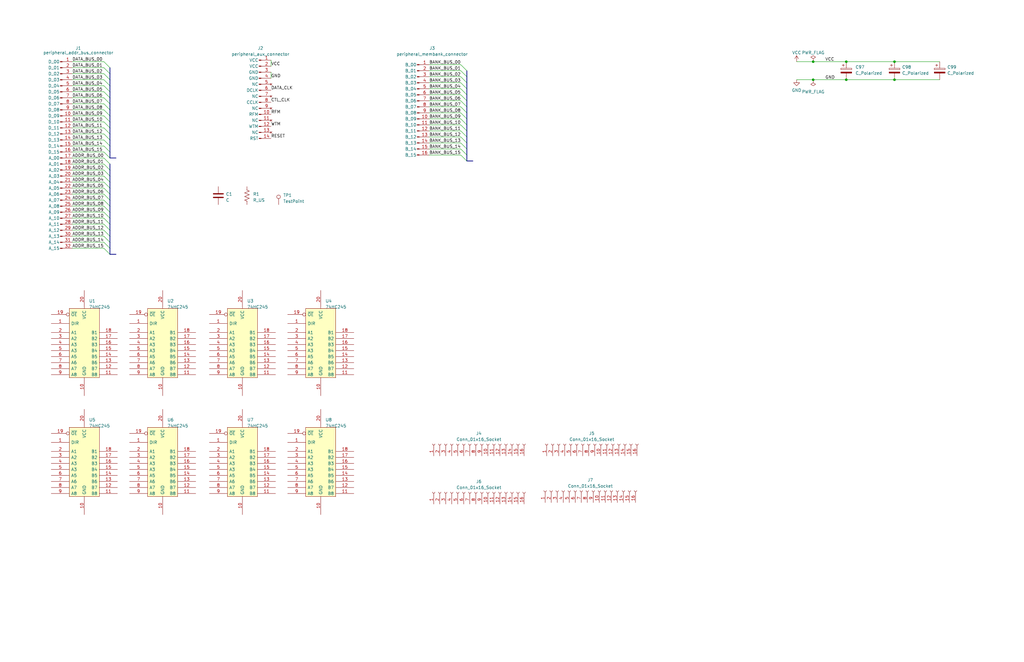
<source format=kicad_sch>
(kicad_sch (version 20230121) (generator eeschema)
  (paper "B")
  (lib_symbols
    (symbol "Connector:Conn_01x16_Socket" (pin_names (offset 1.016) hide)
      (property "Reference" "J" (at 0 20.32 0))
      (property "Value" "Conn_01x16_Socket" (at 0 -22.86 0))
      (symbol "Conn_01x16_Socket_1_1"
        (arc (start 0 -19.812) (mid -0.5058 -20.32) (end 0 -20.828) (stroke (width 0.1524)))
        (arc (start 0 -17.272) (mid -0.5058 -17.78) (end 0 -18.288) (stroke (width 0.1524)))
        (arc (start 0 -14.732) (mid -0.5058 -15.24) (end 0 -15.748) (stroke (width 0.1524)))
        (arc (start 0 -12.192) (mid -0.5058 -12.7) (end 0 -13.208) (stroke (width 0.1524)))
        (arc (start 0 -9.652) (mid -0.5058 -10.16) (end 0 -10.668) (stroke (width 0.1524)))
        (arc (start 0 -7.112) (mid -0.5058 -7.62) (end 0 -8.128) (stroke (width 0.1524)))
        (arc (start 0 -4.572) (mid -0.5058 -5.08) (end 0 -5.588) (stroke (width 0.1524)))
        (arc (start 0 -2.032) (mid -0.5058 -2.54) (end 0 -3.048) (stroke (width 0.1524)))
        (polyline (pts (xy -1.27 -20.32) (xy -0.508 -20.32)) (stroke (width 0.1524)))
        (polyline (pts (xy -1.27 -17.78) (xy -0.508 -17.78)) (stroke (width 0.1524)))
        (polyline (pts (xy -1.27 -15.24) (xy -0.508 -15.24)) (stroke (width 0.1524)))
        (polyline (pts (xy -1.27 -12.7) (xy -0.508 -12.7)) (stroke (width 0.1524)))
        (polyline (pts (xy -1.27 -10.16) (xy -0.508 -10.16)) (stroke (width 0.1524)))
        (polyline (pts (xy -1.27 -7.62) (xy -0.508 -7.62)) (stroke (width 0.1524)))
        (polyline (pts (xy -1.27 -5.08) (xy -0.508 -5.08)) (stroke (width 0.1524)))
        (polyline (pts (xy -1.27 -2.54) (xy -0.508 -2.54)) (stroke (width 0.1524)))
        (polyline (pts (xy -1.27 0) (xy -0.508 0)) (stroke (width 0.1524)))
        (polyline (pts (xy -1.27 2.54) (xy -0.508 2.54)) (stroke (width 0.1524)))
        (polyline (pts (xy -1.27 5.08) (xy -0.508 5.08)) (stroke (width 0.1524)))
        (polyline (pts (xy -1.27 7.62) (xy -0.508 7.62)) (stroke (width 0.1524)))
        (polyline (pts (xy -1.27 10.16) (xy -0.508 10.16)) (stroke (width 0.1524)))
        (polyline (pts (xy -1.27 12.7) (xy -0.508 12.7)) (stroke (width 0.1524)))
        (polyline (pts (xy -1.27 15.24) (xy -0.508 15.24)) (stroke (width 0.1524)))
        (polyline (pts (xy -1.27 17.78) (xy -0.508 17.78)) (stroke (width 0.1524)))
        (arc (start 0 0.508) (mid -0.5058 0) (end 0 -0.508) (stroke (width 0.1524)))
        (arc (start 0 3.048) (mid -0.5058 2.54) (end 0 2.032) (stroke (width 0.1524)))
        (arc (start 0 5.588) (mid -0.5058 5.08) (end 0 4.572) (stroke (width 0.1524)))
        (arc (start 0 8.128) (mid -0.5058 7.62) (end 0 7.112) (stroke (width 0.1524)))
        (arc (start 0 10.668) (mid -0.5058 10.16) (end 0 9.652) (stroke (width 0.1524)))
        (arc (start 0 13.208) (mid -0.5058 12.7) (end 0 12.192) (stroke (width 0.1524)))
        (arc (start 0 15.748) (mid -0.5058 15.24) (end 0 14.732) (stroke (width 0.1524)))
        (arc (start 0 18.288) (mid -0.5058 17.78) (end 0 17.272) (stroke (width 0.1524)))
        (pin passive line (at -5.08 17.78 0) (length 3.81) (name "Pin_1") (number "1"))
        (pin passive line (at -5.08 -5.08 0) (length 3.81) (name "Pin_10") (number "10"))
        (pin passive line (at -5.08 -7.62 0) (length 3.81) (name "Pin_11") (number "11"))
        (pin passive line (at -5.08 -10.16 0) (length 3.81) (name "Pin_12") (number "12"))
        (pin passive line (at -5.08 -12.7 0) (length 3.81) (name "Pin_13") (number "13"))
        (pin passive line (at -5.08 -15.24 0) (length 3.81) (name "Pin_14") (number "14"))
        (pin passive line (at -5.08 -17.78 0) (length 3.81) (name "Pin_15") (number "15"))
        (pin passive line (at -5.08 -20.32 0) (length 3.81) (name "Pin_16") (number "16"))
        (pin passive line (at -5.08 15.24 0) (length 3.81) (name "Pin_2") (number "2"))
        (pin passive line (at -5.08 12.7 0) (length 3.81) (name "Pin_3") (number "3"))
        (pin passive line (at -5.08 10.16 0) (length 3.81) (name "Pin_4") (number "4"))
        (pin passive line (at -5.08 7.62 0) (length 3.81) (name "Pin_5") (number "5"))
        (pin passive line (at -5.08 5.08 0) (length 3.81) (name "Pin_6") (number "6"))
        (pin passive line (at -5.08 2.54 0) (length 3.81) (name "Pin_7") (number "7"))
        (pin passive line (at -5.08 0 0) (length 3.81) (name "Pin_8") (number "8"))
        (pin passive line (at -5.08 -2.54 0) (length 3.81) (name "Pin_9") (number "9"))
      )
    )
    (symbol "Connector:TestPoint" (pin_numbers hide) (pin_names (offset 0.762) hide)
      (property "Reference" "TP" (at 0 6.858 0))
      (property "Value" "TestPoint" (at 0 5.08 0))
      (symbol "TestPoint_0_1"
        (circle (center 0 3.302) (radius 0.762))
      )
      (symbol "TestPoint_1_1"
        (pin passive line (at 0 0 90) (length 2.54) (name "1") (number "1"))
      )
    )
    (symbol "Device:C" (pin_numbers hide) (pin_names (offset 0.254))
      (property "Reference" "C" (at 0.635 2.54 0))
      (property "Value" "C" (at 0.635 -2.54 0))
      (symbol "C_0_1"
        (polyline (pts (xy -2.032 -0.762) (xy 2.032 -0.762)) (stroke (width 0.508)))
        (polyline (pts (xy -2.032 0.762) (xy 2.032 0.762)) (stroke (width 0.508)))
      )
      (symbol "C_1_1"
        (pin passive line (at 0 3.81 270) (length 2.794) (name "~") (number "1"))
        (pin passive line (at 0 -3.81 90) (length 2.794) (name "~") (number "2"))
      )
    )
    (symbol "Device:C_Polarized" (pin_numbers hide) (pin_names (offset 0.254))
      (property "Reference" "C" (at 0.635 2.54 0))
      (property "Value" "C_Polarized" (at 0.635 -2.54 0))
      (symbol "C_Polarized_0_1"
        (rectangle (start -2.286 0.508) (end 2.286 1.016))
        (polyline (pts (xy -1.778 2.286) (xy -0.762 2.286)))
        (polyline (pts (xy -1.27 2.794) (xy -1.27 1.778)))
        (rectangle (start 2.286 -0.508) (end -2.286 -1.016) (fill (type outline)))
      )
      (symbol "C_Polarized_1_1"
        (pin passive line (at 0 3.81 270) (length 2.794) (name "~") (number "1"))
        (pin passive line (at 0 -3.81 90) (length 2.794) (name "~") (number "2"))
      )
    )
    (symbol "Device:R_US" (pin_numbers hide) (pin_names (offset 0))
      (property "Reference" "R" (at 2.54 0 90))
      (property "Value" "R_US" (at -2.54 0 90))
      (symbol "R_US_0_1"
        (polyline (pts (xy 0 -2.286) (xy 0 -2.54)))
        (polyline (pts (xy 0 2.286) (xy 0 2.54)))
        (polyline (pts (xy 0 -0.762) (xy 1.016 -1.143) (xy 0 -1.524) (xy -1.016 -1.905) (xy 0 -2.286)))
        (polyline (pts (xy 0 0.762) (xy 1.016 0.381) (xy 0 0) (xy -1.016 -0.381) (xy 0 -0.762)))
        (polyline (pts (xy 0 2.286) (xy 1.016 1.905) (xy 0 1.524) (xy -1.016 1.143) (xy 0 0.762)))
      )
      (symbol "R_US_1_1"
        (pin passive line (at 0 3.81 270) (length 1.27) (name "~") (number "1"))
        (pin passive line (at 0 -3.81 90) (length 1.27) (name "~") (number "2"))
      )
    )
    (symbol "power:GND" (power) (pin_names (offset 0))
      (property "Value" "GND" (at 0 -3.81 0))
      (symbol "GND_0_1"
        (polyline (pts (xy 0 0) (xy 0 -1.27) (xy 1.27 -1.27) (xy 0 -2.54) (xy -1.27 -1.27) (xy 0 -1.27)))
      )
      (symbol "GND_1_1"
        (pin power_in line (at 0 0 270) (length 0) hide (name "GND") (number "1"))
      )
    )
    (symbol "power:PWR_FLAG" (power) (pin_numbers hide) (pin_names (offset 0) hide)
      (property "Value" "PWR_FLAG" (at 0 3.81 0))
      (symbol "PWR_FLAG_0_0"
        (pin power_out line (at 0 0 90) (length 0) (name "pwr") (number "1"))
      )
      (symbol "PWR_FLAG_0_1"
        (polyline (pts (xy 0 0) (xy 0 1.27) (xy -1.016 1.905) (xy 0 2.54) (xy 1.016 1.905) (xy 0 1.27)))
      )
    )
    (symbol "power:VCC" (power) (pin_names (offset 0))
      (property "Value" "VCC" (at 0 3.81 0))
      (symbol "VCC_0_1"
        (polyline (pts (xy -0.762 1.27) (xy 0 2.54)))
        (polyline (pts (xy 0 0) (xy 0 2.54)))
        (polyline (pts (xy 0 2.54) (xy 0.762 1.27)))
      )
      (symbol "VCC_1_1"
        (pin power_in line (at 0 0 90) (length 0) hide (name "VCC") (number "1"))
      )
    )
    (symbol "sixteen-bit-computer:74HC245" (pin_names (offset 0.762))
      (property "Reference" "U" (at -7.62 17.78 0))
      (property "Value" "74HC245" (at 2.54 -15.24 0))
      (symbol "74HC245_0_1"
        (rectangle (start -6.35 16.51) (end 6.35 -12.7) (fill (type background)))
      )
      (symbol "74HC245_1_1"
        (pin input line (at -13.97 10.16 0) (length 7.62) (name "DIR") (number "1"))
        (pin power_in line (at 0 -20.32 90) (length 7.62) (name "GND") (number "10"))
        (pin tri_state line (at 13.97 -11.43 180) (length 7.62) (name "B8") (number "11"))
        (pin tri_state line (at 13.97 -8.89 180) (length 7.62) (name "B7") (number "12"))
        (pin tri_state line (at 13.97 -6.35 180) (length 7.62) (name "B6") (number "13"))
        (pin tri_state line (at 13.97 -3.81 180) (length 7.62) (name "B5") (number "14"))
        (pin tri_state line (at 13.97 -1.27 180) (length 7.62) (name "B4") (number "15"))
        (pin tri_state line (at 13.97 1.27 180) (length 7.62) (name "B3") (number "16"))
        (pin tri_state line (at 13.97 3.81 180) (length 7.62) (name "B2") (number "17"))
        (pin tri_state line (at 13.97 6.35 180) (length 7.62) (name "B1") (number "18"))
        (pin input inverted (at -13.97 13.97 0) (length 7.62) (name "~{OE}") (number "19"))
        (pin tri_state line (at -13.97 6.35 0) (length 7.62) (name "A1") (number "2"))
        (pin power_in line (at 0 24.13 270) (length 7.62) (name "VCC") (number "20"))
        (pin tri_state line (at -13.97 3.81 0) (length 7.62) (name "A2") (number "3"))
        (pin tri_state line (at -13.97 1.27 0) (length 7.62) (name "A3") (number "4"))
        (pin tri_state line (at -13.97 -1.27 0) (length 7.62) (name "A3") (number "5"))
        (pin tri_state line (at -13.97 -3.81 0) (length 7.62) (name "A5") (number "6"))
        (pin tri_state line (at -13.97 -6.35 0) (length 7.62) (name "A6") (number "7"))
        (pin tri_state line (at -13.97 -8.89 0) (length 7.62) (name "A7") (number "8"))
        (pin tri_state line (at -13.97 -11.43 0) (length 7.62) (name "A8") (number "9"))
      )
    )
    (symbol "sixteen-bit-computer:peripheral_addr_bus_connector" (pin_names (offset 1.524))
      (property "Reference" "J" (at 0 40.64 0))
      (property "Value" "peripheral_addr_bus_connector" (at 0 -43.18 0))
      (symbol "peripheral_addr_bus_connector_1_1"
        (polyline (pts (xy 1.27 -40.64) (xy 0.8636 -40.64)) (stroke (width 0.1524)))
        (polyline (pts (xy 1.27 -38.1) (xy 0.8636 -38.1)) (stroke (width 0.1524)))
        (polyline (pts (xy 1.27 -35.56) (xy 0.8636 -35.56)) (stroke (width 0.1524)))
        (polyline (pts (xy 1.27 -33.02) (xy 0.8636 -33.02)) (stroke (width 0.1524)))
        (polyline (pts (xy 1.27 -30.48) (xy 0.8636 -30.48)) (stroke (width 0.1524)))
        (polyline (pts (xy 1.27 -27.94) (xy 0.8636 -27.94)) (stroke (width 0.1524)))
        (polyline (pts (xy 1.27 -25.4) (xy 0.8636 -25.4)) (stroke (width 0.1524)))
        (polyline (pts (xy 1.27 -22.86) (xy 0.8636 -22.86)) (stroke (width 0.1524)))
        (polyline (pts (xy 1.27 -20.32) (xy 0.8636 -20.32)) (stroke (width 0.1524)))
        (polyline (pts (xy 1.27 -17.78) (xy 0.8636 -17.78)) (stroke (width 0.1524)))
        (polyline (pts (xy 1.27 -15.24) (xy 0.8636 -15.24)) (stroke (width 0.1524)))
        (polyline (pts (xy 1.27 -12.7) (xy 0.8636 -12.7)) (stroke (width 0.1524)))
        (polyline (pts (xy 1.27 -10.16) (xy 0.8636 -10.16)) (stroke (width 0.1524)))
        (polyline (pts (xy 1.27 -7.62) (xy 0.8636 -7.62)) (stroke (width 0.1524)))
        (polyline (pts (xy 1.27 -5.08) (xy 0.8636 -5.08)) (stroke (width 0.1524)))
        (polyline (pts (xy 1.27 -2.54) (xy 0.8636 -2.54)) (stroke (width 0.1524)))
        (polyline (pts (xy 1.27 0) (xy 0.8636 0)) (stroke (width 0.1524)))
        (polyline (pts (xy 1.27 2.54) (xy 0.8636 2.54)) (stroke (width 0.1524)))
        (polyline (pts (xy 1.27 5.08) (xy 0.8636 5.08)) (stroke (width 0.1524)))
        (polyline (pts (xy 1.27 7.62) (xy 0.8636 7.62)) (stroke (width 0.1524)))
        (polyline (pts (xy 1.27 10.16) (xy 0.8636 10.16)) (stroke (width 0.1524)))
        (polyline (pts (xy 1.27 12.7) (xy 0.8636 12.7)) (stroke (width 0.1524)))
        (polyline (pts (xy 1.27 15.24) (xy 0.8636 15.24)) (stroke (width 0.1524)))
        (polyline (pts (xy 1.27 17.78) (xy 0.8636 17.78)) (stroke (width 0.1524)))
        (polyline (pts (xy 1.27 20.32) (xy 0.8636 20.32)) (stroke (width 0.1524)))
        (polyline (pts (xy 1.27 22.86) (xy 0.8636 22.86)) (stroke (width 0.1524)))
        (polyline (pts (xy 1.27 25.4) (xy 0.8636 25.4)) (stroke (width 0.1524)))
        (polyline (pts (xy 1.27 27.94) (xy 0.8636 27.94)) (stroke (width 0.1524)))
        (polyline (pts (xy 1.27 30.48) (xy 0.8636 30.48)) (stroke (width 0.1524)))
        (polyline (pts (xy 1.27 33.02) (xy 0.8636 33.02)) (stroke (width 0.1524)))
        (polyline (pts (xy 1.27 35.56) (xy 0.8636 35.56)) (stroke (width 0.1524)))
        (polyline (pts (xy 1.27 38.1) (xy 0.8636 38.1)) (stroke (width 0.1524)))
        (rectangle (start 0 38.227) (end 0.8636 37.973) (stroke (width 0.1524)) (fill (type outline)))
        (rectangle (start 0.8636 -40.513) (end 0 -40.767) (stroke (width 0.1524)) (fill (type outline)))
        (rectangle (start 0.8636 -37.973) (end 0 -38.227) (stroke (width 0.1524)) (fill (type outline)))
        (rectangle (start 0.8636 -35.433) (end 0 -35.687) (stroke (width 0.1524)) (fill (type outline)))
        (rectangle (start 0.8636 -32.893) (end 0 -33.147) (stroke (width 0.1524)) (fill (type outline)))
        (rectangle (start 0.8636 -30.353) (end 0 -30.607) (stroke (width 0.1524)) (fill (type outline)))
        (rectangle (start 0.8636 -27.813) (end 0 -28.067) (stroke (width 0.1524)) (fill (type outline)))
        (rectangle (start 0.8636 -25.273) (end 0 -25.527) (stroke (width 0.1524)) (fill (type outline)))
        (rectangle (start 0.8636 -22.733) (end 0 -22.987) (stroke (width 0.1524)) (fill (type outline)))
        (rectangle (start 0.8636 -20.193) (end 0 -20.447) (stroke (width 0.1524)) (fill (type outline)))
        (rectangle (start 0.8636 -17.653) (end 0 -17.907) (stroke (width 0.1524)) (fill (type outline)))
        (rectangle (start 0.8636 -15.113) (end 0 -15.367) (stroke (width 0.1524)) (fill (type outline)))
        (rectangle (start 0.8636 -12.573) (end 0 -12.827) (stroke (width 0.1524)) (fill (type outline)))
        (rectangle (start 0.8636 -10.033) (end 0 -10.287) (stroke (width 0.1524)) (fill (type outline)))
        (rectangle (start 0.8636 -7.493) (end 0 -7.747) (stroke (width 0.1524)) (fill (type outline)))
        (rectangle (start 0.8636 -4.953) (end 0 -5.207) (stroke (width 0.1524)) (fill (type outline)))
        (rectangle (start 0.8636 -2.413) (end 0 -2.667) (stroke (width 0.1524)) (fill (type outline)))
        (rectangle (start 0.8636 0.127) (end 0 -0.127) (stroke (width 0.1524)) (fill (type outline)))
        (rectangle (start 0.8636 2.667) (end 0 2.413) (stroke (width 0.1524)) (fill (type outline)))
        (rectangle (start 0.8636 5.207) (end 0 4.953) (stroke (width 0.1524)) (fill (type outline)))
        (rectangle (start 0.8636 7.747) (end 0 7.493) (stroke (width 0.1524)) (fill (type outline)))
        (rectangle (start 0.8636 10.287) (end 0 10.033) (stroke (width 0.1524)) (fill (type outline)))
        (rectangle (start 0.8636 12.827) (end 0 12.573) (stroke (width 0.1524)) (fill (type outline)))
        (rectangle (start 0.8636 15.367) (end 0 15.113) (stroke (width 0.1524)) (fill (type outline)))
        (rectangle (start 0.8636 17.907) (end 0 17.653) (stroke (width 0.1524)) (fill (type outline)))
        (rectangle (start 0.8636 20.447) (end 0 20.193) (stroke (width 0.1524)) (fill (type outline)))
        (rectangle (start 0.8636 22.987) (end 0 22.733) (stroke (width 0.1524)) (fill (type outline)))
        (rectangle (start 0.8636 25.527) (end 0 25.273) (stroke (width 0.1524)) (fill (type outline)))
        (rectangle (start 0.8636 28.067) (end 0 27.813) (stroke (width 0.1524)) (fill (type outline)))
        (rectangle (start 0.8636 30.607) (end 0 30.353) (stroke (width 0.1524)) (fill (type outline)))
        (rectangle (start 0.8636 33.147) (end 0 32.893) (stroke (width 0.1524)) (fill (type outline)))
        (rectangle (start 0.8636 35.687) (end 0 35.433) (stroke (width 0.1524)) (fill (type outline)))
        (pin passive line (at 5.08 38.1 180) (length 3.81) (name "D_00") (number "1"))
        (pin passive line (at 5.08 15.24 180) (length 3.81) (name "D_09") (number "10"))
        (pin passive line (at 5.08 12.7 180) (length 3.81) (name "D_10") (number "11"))
        (pin passive line (at 5.08 10.16 180) (length 3.81) (name "D_11") (number "12"))
        (pin passive line (at 5.08 7.62 180) (length 3.81) (name "D_12") (number "13"))
        (pin passive line (at 5.08 5.08 180) (length 3.81) (name "D_13") (number "14"))
        (pin passive line (at 5.08 2.54 180) (length 3.81) (name "D_14") (number "15"))
        (pin passive line (at 5.08 0 180) (length 3.81) (name "D_15") (number "16"))
        (pin passive line (at 5.08 -2.54 180) (length 3.81) (name "A_00") (number "17"))
        (pin passive line (at 5.08 -5.08 180) (length 3.81) (name "A_01") (number "18"))
        (pin passive line (at 5.08 -7.62 180) (length 3.81) (name "A_02") (number "19"))
        (pin passive line (at 5.08 35.56 180) (length 3.81) (name "D_01") (number "2"))
        (pin passive line (at 5.08 -10.16 180) (length 3.81) (name "A_03") (number "20"))
        (pin passive line (at 5.08 -12.7 180) (length 3.81) (name "A_04") (number "21"))
        (pin passive line (at 5.08 -15.24 180) (length 3.81) (name "A_05") (number "22"))
        (pin passive line (at 5.08 -17.78 180) (length 3.81) (name "A_06") (number "23"))
        (pin passive line (at 5.08 -20.32 180) (length 3.81) (name "A_07") (number "24"))
        (pin passive line (at 5.08 -22.86 180) (length 3.81) (name "A_08") (number "25"))
        (pin passive line (at 5.08 -25.4 180) (length 3.81) (name "A_09") (number "26"))
        (pin passive line (at 5.08 -27.94 180) (length 3.81) (name "A_10") (number "27"))
        (pin passive line (at 5.08 -30.48 180) (length 3.81) (name "A_11") (number "28"))
        (pin passive line (at 5.08 -33.02 180) (length 3.81) (name "A_12") (number "29"))
        (pin passive line (at 5.08 33.02 180) (length 3.81) (name "D_02") (number "3"))
        (pin passive line (at 5.08 -35.56 180) (length 3.81) (name "A_13") (number "30"))
        (pin passive line (at 5.08 -38.1 180) (length 3.81) (name "A_14") (number "31"))
        (pin passive line (at 5.08 -40.64 180) (length 3.81) (name "A_15") (number "32"))
        (pin passive line (at 5.08 30.48 180) (length 3.81) (name "D_03") (number "4"))
        (pin passive line (at 5.08 27.94 180) (length 3.81) (name "D_04") (number "5"))
        (pin passive line (at 5.08 25.4 180) (length 3.81) (name "D_05") (number "6"))
        (pin passive line (at 5.08 22.86 180) (length 3.81) (name "D_06") (number "7"))
        (pin passive line (at 5.08 20.32 180) (length 3.81) (name "D_07") (number "8"))
        (pin passive line (at 5.08 17.78 180) (length 3.81) (name "D_08") (number "9"))
      )
    )
    (symbol "sixteen-bit-computer:peripheral_aux_connector" (pin_names (offset 1.524))
      (property "Reference" "J" (at 0 17.78 0))
      (property "Value" "peripheral_aux_connector" (at 0 -20.32 0))
      (symbol "peripheral_aux_connector_1_1"
        (polyline (pts (xy 1.27 -17.78) (xy 0.8636 -17.78)) (stroke (width 0.1524)))
        (polyline (pts (xy 1.27 -15.24) (xy 0.8636 -15.24)) (stroke (width 0.1524)))
        (polyline (pts (xy 1.27 -12.7) (xy 0.8636 -12.7)) (stroke (width 0.1524)))
        (polyline (pts (xy 1.27 -10.16) (xy 0.8636 -10.16)) (stroke (width 0.1524)))
        (polyline (pts (xy 1.27 -7.62) (xy 0.8636 -7.62)) (stroke (width 0.1524)))
        (polyline (pts (xy 1.27 -5.08) (xy 0.8636 -5.08)) (stroke (width 0.1524)))
        (polyline (pts (xy 1.27 -2.54) (xy 0.8636 -2.54)) (stroke (width 0.1524)))
        (polyline (pts (xy 1.27 0) (xy 0.8636 0)) (stroke (width 0.1524)))
        (polyline (pts (xy 1.27 2.54) (xy 0.8636 2.54)) (stroke (width 0.1524)))
        (polyline (pts (xy 1.27 5.08) (xy 0.8636 5.08)) (stroke (width 0.1524)))
        (polyline (pts (xy 1.27 7.62) (xy 0.8636 7.62)) (stroke (width 0.1524)))
        (polyline (pts (xy 1.27 10.16) (xy 0.8636 10.16)) (stroke (width 0.1524)))
        (polyline (pts (xy 1.27 12.7) (xy 0.8636 12.7)) (stroke (width 0.1524)))
        (polyline (pts (xy 1.27 15.24) (xy 0.8636 15.24)) (stroke (width 0.1524)))
        (rectangle (start 0.8636 -17.653) (end 0 -17.907) (stroke (width 0.1524)) (fill (type outline)))
        (rectangle (start 0.8636 -15.113) (end 0 -15.367) (stroke (width 0.1524)) (fill (type outline)))
        (rectangle (start 0.8636 -12.573) (end 0 -12.827) (stroke (width 0.1524)) (fill (type outline)))
        (rectangle (start 0.8636 -10.033) (end 0 -10.287) (stroke (width 0.1524)) (fill (type outline)))
        (rectangle (start 0.8636 -7.493) (end 0 -7.747) (stroke (width 0.1524)) (fill (type outline)))
        (rectangle (start 0.8636 -4.953) (end 0 -5.207) (stroke (width 0.1524)) (fill (type outline)))
        (rectangle (start 0.8636 -2.413) (end 0 -2.667) (stroke (width 0.1524)) (fill (type outline)))
        (rectangle (start 0.8636 0.127) (end 0 -0.127) (stroke (width 0.1524)) (fill (type outline)))
        (rectangle (start 0.8636 2.667) (end 0 2.413) (stroke (width 0.1524)) (fill (type outline)))
        (rectangle (start 0.8636 5.207) (end 0 4.953) (stroke (width 0.1524)) (fill (type outline)))
        (rectangle (start 0.8636 7.747) (end 0 7.493) (stroke (width 0.1524)) (fill (type outline)))
        (rectangle (start 0.8636 10.287) (end 0 10.033) (stroke (width 0.1524)) (fill (type outline)))
        (rectangle (start 0.8636 12.827) (end 0 12.573) (stroke (width 0.1524)) (fill (type outline)))
        (rectangle (start 0.8636 15.367) (end 0 15.113) (stroke (width 0.1524)) (fill (type outline)))
        (pin passive line (at 5.08 15.24 180) (length 3.81) (name "VCC") (number "1"))
        (pin passive line (at 5.08 -7.62 180) (length 3.81) (name "RFM") (number "10"))
        (pin no_connect line (at 5.08 -10.16 180) (length 3.81) (name "NC") (number "11"))
        (pin passive line (at 5.08 -12.7 180) (length 3.81) (name "WTM") (number "12"))
        (pin no_connect line (at 5.08 -15.24 180) (length 3.81) (name "NC") (number "13"))
        (pin passive line (at 5.08 -17.78 180) (length 3.81) (name "RST") (number "14"))
        (pin passive line (at 5.08 12.7 180) (length 3.81) (name "VCC") (number "2"))
        (pin passive line (at 5.08 10.16 180) (length 3.81) (name "GND") (number "3"))
        (pin passive line (at 5.08 7.62 180) (length 3.81) (name "GND") (number "4"))
        (pin no_connect line (at 5.08 5.08 180) (length 3.81) (name "NC") (number "5"))
        (pin passive line (at 5.08 2.54 180) (length 3.81) (name "DCLK") (number "6"))
        (pin no_connect line (at 5.08 0 180) (length 3.81) (name "NC") (number "7"))
        (pin passive line (at 5.08 -2.54 180) (length 3.81) (name "CCLK") (number "8"))
        (pin no_connect line (at 5.08 -5.08 180) (length 3.81) (name "NC") (number "9"))
      )
    )
    (symbol "sixteen-bit-computer:peripheral_membank_connector" (pin_names (offset 1.524))
      (property "Reference" "J" (at 0 20.32 0))
      (property "Value" "peripheral_membank_connector" (at 0 -22.86 0))
      (symbol "peripheral_membank_connector_1_1"
        (polyline (pts (xy 1.27 -20.32) (xy 0.8636 -20.32)) (stroke (width 0.1524)))
        (polyline (pts (xy 1.27 -17.78) (xy 0.8636 -17.78)) (stroke (width 0.1524)))
        (polyline (pts (xy 1.27 -15.24) (xy 0.8636 -15.24)) (stroke (width 0.1524)))
        (polyline (pts (xy 1.27 -12.7) (xy 0.8636 -12.7)) (stroke (width 0.1524)))
        (polyline (pts (xy 1.27 -10.16) (xy 0.8636 -10.16)) (stroke (width 0.1524)))
        (polyline (pts (xy 1.27 -7.62) (xy 0.8636 -7.62)) (stroke (width 0.1524)))
        (polyline (pts (xy 1.27 -5.08) (xy 0.8636 -5.08)) (stroke (width 0.1524)))
        (polyline (pts (xy 1.27 -2.54) (xy 0.8636 -2.54)) (stroke (width 0.1524)))
        (polyline (pts (xy 1.27 0) (xy 0.8636 0)) (stroke (width 0.1524)))
        (polyline (pts (xy 1.27 2.54) (xy 0.8636 2.54)) (stroke (width 0.1524)))
        (polyline (pts (xy 1.27 5.08) (xy 0.8636 5.08)) (stroke (width 0.1524)))
        (polyline (pts (xy 1.27 7.62) (xy 0.8636 7.62)) (stroke (width 0.1524)))
        (polyline (pts (xy 1.27 10.16) (xy 0.8636 10.16)) (stroke (width 0.1524)))
        (polyline (pts (xy 1.27 12.7) (xy 0.8636 12.7)) (stroke (width 0.1524)))
        (polyline (pts (xy 1.27 15.24) (xy 0.8636 15.24)) (stroke (width 0.1524)))
        (polyline (pts (xy 1.27 17.78) (xy 0.8636 17.78)) (stroke (width 0.1524)))
        (rectangle (start 0.8636 -20.193) (end 0 -20.447) (stroke (width 0.1524)) (fill (type outline)))
        (rectangle (start 0.8636 -17.653) (end 0 -17.907) (stroke (width 0.1524)) (fill (type outline)))
        (rectangle (start 0.8636 -15.113) (end 0 -15.367) (stroke (width 0.1524)) (fill (type outline)))
        (rectangle (start 0.8636 -12.573) (end 0 -12.827) (stroke (width 0.1524)) (fill (type outline)))
        (rectangle (start 0.8636 -10.033) (end 0 -10.287) (stroke (width 0.1524)) (fill (type outline)))
        (rectangle (start 0.8636 -7.493) (end 0 -7.747) (stroke (width 0.1524)) (fill (type outline)))
        (rectangle (start 0.8636 -4.953) (end 0 -5.207) (stroke (width 0.1524)) (fill (type outline)))
        (rectangle (start 0.8636 -2.413) (end 0 -2.667) (stroke (width 0.1524)) (fill (type outline)))
        (rectangle (start 0.8636 0.127) (end 0 -0.127) (stroke (width 0.1524)) (fill (type outline)))
        (rectangle (start 0.8636 2.667) (end 0 2.413) (stroke (width 0.1524)) (fill (type outline)))
        (rectangle (start 0.8636 5.207) (end 0 4.953) (stroke (width 0.1524)) (fill (type outline)))
        (rectangle (start 0.8636 7.747) (end 0 7.493) (stroke (width 0.1524)) (fill (type outline)))
        (rectangle (start 0.8636 10.287) (end 0 10.033) (stroke (width 0.1524)) (fill (type outline)))
        (rectangle (start 0.8636 12.827) (end 0 12.573) (stroke (width 0.1524)) (fill (type outline)))
        (rectangle (start 0.8636 15.367) (end 0 15.113) (stroke (width 0.1524)) (fill (type outline)))
        (rectangle (start 0.8636 17.907) (end 0 17.653) (stroke (width 0.1524)) (fill (type outline)))
        (pin passive line (at 5.08 17.78 180) (length 3.81) (name "B_00") (number "1"))
        (pin passive line (at 5.08 -5.08 180) (length 3.81) (name "B_09") (number "10"))
        (pin passive line (at 5.08 -7.62 180) (length 3.81) (name "B_10") (number "11"))
        (pin passive line (at 5.08 -10.16 180) (length 3.81) (name "B_11") (number "12"))
        (pin passive line (at 5.08 -12.7 180) (length 3.81) (name "B_12") (number "13"))
        (pin passive line (at 5.08 -15.24 180) (length 3.81) (name "B_13") (number "14"))
        (pin passive line (at 5.08 -17.78 180) (length 3.81) (name "B_14") (number "15"))
        (pin passive line (at 5.08 -20.32 180) (length 3.81) (name "B_15") (number "16"))
        (pin passive line (at 5.08 15.24 180) (length 3.81) (name "B_01") (number "2"))
        (pin passive line (at 5.08 12.7 180) (length 3.81) (name "B_02") (number "3"))
        (pin passive line (at 5.08 10.16 180) (length 3.81) (name "B_03") (number "4"))
        (pin passive line (at 5.08 7.62 180) (length 3.81) (name "B_04") (number "5"))
        (pin passive line (at 5.08 5.08 180) (length 3.81) (name "B_05") (number "6"))
        (pin passive line (at 5.08 2.54 180) (length 3.81) (name "B_06") (number "7"))
        (pin passive line (at 5.08 0 180) (length 3.81) (name "B_07") (number "8"))
        (pin passive line (at 5.08 -2.54 180) (length 3.81) (name "B_08") (number "9"))
      )
    )
  )
  (bus_alias "BANK_BUS" (members "BANK_BUS_00" "BANK_BUS_01" "BANK_BUS_02" "BANK_BUS_03" "BANK_BUS_04" "BANK_BUS_05" "BANK_BUS_06" "BANK_BUS_07" "BANK_BUS_08" "BANK_BUS_09" "BANK_BUS_10" "BANK_BUS_11" "BANK_BUS_12" "BANK_BUS_13" "BANK_BUS_14" "BANK_BUS_15"))
  (bus_alias "DATA_BUS" (members "DATA_BUS_00" "DATA_BUS_01" "DATA_BUS_02" "DATA_BUS_03" "DATA_BUS_04" "DATA_BUS_05" "DATA_BUS_06" "DATA_BUS_07" "DATA_BUS_08" "DATA_BUS_09" "DATA_BUS_10" "DATA_BUS_11" "DATA_BUS_12" "DATA_BUS_13" "DATA_BUS_14" "DATA_BUS_15"))
  (bus_alias "ADDR_BUS" (members "ADDR_BUS_00" "ADDR_BUS_01" "ADDR_BUS_02" "ADDR_BUS_03" "ADDR_BUS_04" "ADDR_BUS_05" "ADDR_BUS_06" "ADDR_BUS_07" "ADDR_BUS_08" "ADDR_BUS_09" "ADDR_BUS_10" "ADDR_BUS_11" "ADDR_BUS_12" "ADDR_BUS_13" "ADDR_BUS_14" "ADDR_BUS_15"))
  (junction (at 377.19 33.655))
  (junction (at 356.87 26.035))
  (junction (at 377.19 26.035))
  (junction (at 342.9 33.655))
  (junction (at 356.87 33.655))
  (junction (at 342.9 26.035))
  (bus_entry (at 43.815 64.135) (size 2.54 2.54))
  (bus_entry (at 43.815 26.035) (size 2.54 2.54))
  (bus_entry (at 43.815 36.195) (size 2.54 2.54))
  (bus_entry (at 43.815 41.275) (size 2.54 2.54))
  (bus_entry (at 194.31 65.405) (size 2.54 2.54))
  (bus_entry (at 43.815 79.375) (size 2.54 2.54))
  (bus_entry (at 43.815 38.735) (size 2.54 2.54))
  (bus_entry (at 194.31 52.705) (size 2.54 2.54))
  (bus_entry (at 43.815 61.595) (size 2.54 2.54))
  (bus_entry (at 43.815 66.675) (size 2.54 2.54))
  (bus_entry (at 194.31 57.785) (size 2.54 2.54))
  (bus_entry (at 194.31 42.545) (size 2.54 2.54))
  (bus_entry (at 194.31 47.625) (size 2.54 2.54))
  (bus_entry (at 43.815 104.775) (size 2.54 2.54))
  (bus_entry (at 43.815 94.615) (size 2.54 2.54))
  (bus_entry (at 43.815 33.655) (size 2.54 2.54))
  (bus_entry (at 43.815 59.055) (size 2.54 2.54))
  (bus_entry (at 43.815 69.215) (size 2.54 2.54))
  (bus_entry (at 43.815 28.575) (size 2.54 2.54))
  (bus_entry (at 43.815 56.515) (size 2.54 2.54))
  (bus_entry (at 194.31 40.005) (size 2.54 2.54))
  (bus_entry (at 43.815 92.075) (size 2.54 2.54))
  (bus_entry (at 43.815 84.455) (size 2.54 2.54))
  (bus_entry (at 194.31 60.325) (size 2.54 2.54))
  (bus_entry (at 194.31 34.925) (size 2.54 2.54))
  (bus_entry (at 194.31 27.305) (size 2.54 2.54))
  (bus_entry (at 43.815 86.995) (size 2.54 2.54))
  (bus_entry (at 194.31 32.385) (size 2.54 2.54))
  (bus_entry (at 43.815 102.235) (size 2.54 2.54))
  (bus_entry (at 194.31 50.165) (size 2.54 2.54))
  (bus_entry (at 43.815 81.915) (size 2.54 2.54))
  (bus_entry (at 43.815 97.155) (size 2.54 2.54))
  (bus_entry (at 43.815 76.835) (size 2.54 2.54))
  (bus_entry (at 194.31 55.245) (size 2.54 2.54))
  (bus_entry (at 43.815 43.815) (size 2.54 2.54))
  (bus_entry (at 43.815 71.755) (size 2.54 2.54))
  (bus_entry (at 43.815 48.895) (size 2.54 2.54))
  (bus_entry (at 194.31 45.085) (size 2.54 2.54))
  (bus_entry (at 194.31 29.845) (size 2.54 2.54))
  (bus_entry (at 194.31 62.865) (size 2.54 2.54))
  (bus_entry (at 43.815 53.975) (size 2.54 2.54))
  (bus_entry (at 43.815 99.695) (size 2.54 2.54))
  (bus_entry (at 194.31 37.465) (size 2.54 2.54))
  (bus_entry (at 43.815 74.295) (size 2.54 2.54))
  (bus_entry (at 43.815 89.535) (size 2.54 2.54))
  (bus_entry (at 43.815 51.435) (size 2.54 2.54))
  (bus_entry (at 43.815 31.115) (size 2.54 2.54))
  (bus_entry (at 43.815 46.355) (size 2.54 2.54))
  (bus (pts (xy 46.355 64.135) (xy 46.355 66.675)))
  (wire (pts (xy 180.975 50.165) (xy 194.31 50.165)))
  (bus (pts (xy 46.355 84.455) (xy 46.355 86.995)))
  (bus (pts (xy 196.85 45.085) (xy 196.85 47.625)))
  (bus (pts (xy 196.85 67.945) (xy 199.39 67.945)))
  (wire (pts (xy 180.975 32.385) (xy 194.31 32.385)))
  (wire (pts (xy 30.48 38.735) (xy 43.815 38.735)))
  (wire (pts (xy 114.3 25.4) (xy 114.3 27.94)))
  (bus (pts (xy 46.355 69.215) (xy 46.355 71.755)))
  (wire (pts (xy 30.48 84.455) (xy 43.815 84.455)))
  (wire (pts (xy 30.48 51.435) (xy 43.815 51.435)))
  (wire (pts (xy 180.975 55.245) (xy 194.31 55.245)))
  (wire (pts (xy 30.48 86.995) (xy 43.815 86.995)))
  (bus (pts (xy 46.355 81.915) (xy 46.355 84.455)))
  (bus (pts (xy 196.85 60.325) (xy 196.85 62.865)))
  (bus (pts (xy 196.85 57.785) (xy 196.85 60.325)))
  (bus (pts (xy 196.85 62.865) (xy 196.85 65.405)))
  (wire (pts (xy 180.975 52.705) (xy 194.31 52.705)))
  (wire (pts (xy 30.48 46.355) (xy 43.815 46.355)))
  (wire (pts (xy 377.19 33.655) (xy 396.24 33.655)))
  (wire (pts (xy 30.48 71.755) (xy 43.815 71.755)))
  (bus (pts (xy 196.85 32.385) (xy 196.85 34.925)))
  (wire (pts (xy 335.915 26.035) (xy 342.9 26.035)))
  (wire (pts (xy 30.48 102.235) (xy 43.815 102.235)))
  (wire (pts (xy 377.19 26.035) (xy 396.24 26.035)))
  (wire (pts (xy 30.48 92.075) (xy 43.815 92.075)))
  (wire (pts (xy 180.975 34.925) (xy 194.31 34.925)))
  (wire (pts (xy 30.48 97.155) (xy 43.815 97.155)))
  (wire (pts (xy 30.48 53.975) (xy 43.815 53.975)))
  (wire (pts (xy 180.975 27.305) (xy 194.31 27.305)))
  (bus (pts (xy 46.355 43.815) (xy 46.355 46.355)))
  (bus (pts (xy 196.85 55.245) (xy 196.85 57.785)))
  (bus (pts (xy 46.355 48.895) (xy 46.355 51.435)))
  (bus (pts (xy 46.355 38.735) (xy 46.355 41.275)))
  (wire (pts (xy 30.48 26.035) (xy 43.815 26.035)))
  (wire (pts (xy 180.975 57.785) (xy 194.31 57.785)))
  (bus (pts (xy 196.85 42.545) (xy 196.85 45.085)))
  (wire (pts (xy 180.975 45.085) (xy 194.31 45.085)))
  (bus (pts (xy 46.355 71.755) (xy 46.355 74.295)))
  (wire (pts (xy 30.48 28.575) (xy 43.815 28.575)))
  (wire (pts (xy 30.48 74.295) (xy 43.815 74.295)))
  (bus (pts (xy 46.355 86.995) (xy 46.355 89.535)))
  (wire (pts (xy 30.48 79.375) (xy 43.815 79.375)))
  (bus (pts (xy 46.355 53.975) (xy 46.355 56.515)))
  (wire (pts (xy 30.48 64.135) (xy 43.815 64.135)))
  (bus (pts (xy 46.355 31.115) (xy 46.355 33.655)))
  (wire (pts (xy 342.9 33.655) (xy 356.87 33.655)))
  (wire (pts (xy 30.48 66.675) (xy 43.815 66.675)))
  (wire (pts (xy 30.48 59.055) (xy 43.815 59.055)))
  (wire (pts (xy 342.9 26.035) (xy 356.87 26.035)))
  (wire (pts (xy 30.48 31.115) (xy 43.815 31.115)))
  (bus (pts (xy 196.85 29.845) (xy 196.85 32.385)))
  (bus (pts (xy 196.85 47.625) (xy 196.85 50.165)))
  (wire (pts (xy 114.3 30.48) (xy 114.3 33.02)))
  (bus (pts (xy 46.355 28.575) (xy 46.355 31.115)))
  (wire (pts (xy 30.48 69.215) (xy 43.815 69.215)))
  (bus (pts (xy 46.355 107.315) (xy 48.895 107.315)))
  (bus (pts (xy 46.355 94.615) (xy 46.355 97.155)))
  (bus (pts (xy 46.355 104.775) (xy 46.355 107.315)))
  (bus (pts (xy 46.355 56.515) (xy 46.355 59.055)))
  (wire (pts (xy 30.48 48.895) (xy 43.815 48.895)))
  (bus (pts (xy 196.85 34.925) (xy 196.85 37.465)))
  (bus (pts (xy 46.355 92.075) (xy 46.355 94.615)))
  (bus (pts (xy 46.355 41.275) (xy 46.355 43.815)))
  (bus (pts (xy 46.355 74.295) (xy 46.355 76.835)))
  (bus (pts (xy 46.355 59.055) (xy 46.355 61.595)))
  (wire (pts (xy 30.48 99.695) (xy 43.815 99.695)))
  (wire (pts (xy 180.975 42.545) (xy 194.31 42.545)))
  (wire (pts (xy 356.87 26.035) (xy 377.19 26.035)))
  (wire (pts (xy 30.48 56.515) (xy 43.815 56.515)))
  (bus (pts (xy 46.355 51.435) (xy 46.355 53.975)))
  (bus (pts (xy 196.85 40.005) (xy 196.85 42.545)))
  (wire (pts (xy 30.48 76.835) (xy 43.815 76.835)))
  (wire (pts (xy 30.48 61.595) (xy 43.815 61.595)))
  (wire (pts (xy 30.48 36.195) (xy 43.815 36.195)))
  (wire (pts (xy 30.48 94.615) (xy 43.815 94.615)))
  (bus (pts (xy 196.85 65.405) (xy 196.85 67.945)))
  (bus (pts (xy 46.355 102.235) (xy 46.355 104.775)))
  (wire (pts (xy 180.975 62.865) (xy 194.31 62.865)))
  (wire (pts (xy 30.48 104.775) (xy 43.815 104.775)))
  (wire (pts (xy 180.975 60.325) (xy 194.31 60.325)))
  (bus (pts (xy 46.355 99.695) (xy 46.355 102.235)))
  (wire (pts (xy 356.87 33.655) (xy 377.19 33.655)))
  (bus (pts (xy 46.355 46.355) (xy 46.355 48.895)))
  (bus (pts (xy 46.355 66.675) (xy 48.895 66.675)))
  (wire (pts (xy 30.48 43.815) (xy 43.815 43.815)))
  (wire (pts (xy 180.975 40.005) (xy 194.31 40.005)))
  (bus (pts (xy 46.355 61.595) (xy 46.355 64.135)))
  (wire (pts (xy 30.48 89.535) (xy 43.815 89.535)))
  (wire (pts (xy 180.975 37.465) (xy 194.31 37.465)))
  (wire (pts (xy 180.975 29.845) (xy 194.31 29.845)))
  (bus (pts (xy 46.355 76.835) (xy 46.355 79.375)))
  (wire (pts (xy 30.48 33.655) (xy 43.815 33.655)))
  (wire (pts (xy 180.975 47.625) (xy 194.31 47.625)))
  (bus (pts (xy 196.85 52.705) (xy 196.85 55.245)))
  (wire (pts (xy 30.48 81.915) (xy 43.815 81.915)))
  (bus (pts (xy 46.355 97.155) (xy 46.355 99.695)))
  (bus (pts (xy 46.355 89.535) (xy 46.355 92.075)))
  (wire (pts (xy 30.48 41.275) (xy 43.815 41.275)))
  (wire (pts (xy 335.915 33.655) (xy 342.9 33.655)))
  (bus (pts (xy 46.355 79.375) (xy 46.355 81.915)))
  (bus (pts (xy 196.85 50.165) (xy 196.85 52.705)))
  (wire (pts (xy 180.975 65.405) (xy 194.31 65.405)))
  (bus (pts (xy 46.355 36.195) (xy 46.355 38.735)))
  (bus (pts (xy 46.355 33.655) (xy 46.355 36.195)))
  (bus (pts (xy 196.85 37.465) (xy 196.85 40.005)))
  (label "BANK_BUS_11" (at 180.975 55.245 0))
  (label "BANK_BUS_00" (at 180.975 27.305 0))
  (label "ADDR_BUS_08" (at 30.48 86.995 0))
  (label "BANK_BUS_09" (at 180.975 50.165 0))
  (label "BANK_BUS_04" (at 180.975 37.465 0))
  (label "DATA_BUS_00" (at 30.48 26.035 0))
  (label "ADDR_BUS_03" (at 30.48 74.295 0))
  (label "BANK_BUS_15" (at 180.975 65.405 0))
  (label "RESET" (at 114.3 58.42 0))
  (label "DATA_BUS_06" (at 30.48 41.275 0))
  (label "DATA_BUS_02" (at 30.48 31.115 0))
  (label "DATA_BUS_03" (at 30.48 33.655 0))
  (label "DATA_CLK" (at 114.3 38.1 0))
  (label "ADDR_BUS_07" (at 30.48 84.455 0))
  (label "DATA_BUS_04" (at 30.48 36.195 0))
  (label "ADDR_BUS_15" (at 30.48 104.775 0))
  (label "BANK_BUS_07" (at 180.975 45.085 0))
  (label "DATA_BUS_13" (at 30.48 59.055 0))
  (label "DATA_BUS_09" (at 30.48 48.895 0))
  (label "BANK_BUS_10" (at 180.975 52.705 0))
  (label "BANK_BUS_05" (at 180.975 40.005 0))
  (label "DATA_BUS_10" (at 30.48 51.435 0))
  (label "BANK_BUS_06" (at 180.975 42.545 0))
  (label "DATA_BUS_08" (at 30.48 46.355 0))
  (label "VCC" (at 347.98 26.035 0))
  (label "BANK_BUS_14" (at 180.975 62.865 0))
  (label "DATA_BUS_01" (at 30.48 28.575 0))
  (label "ADDR_BUS_00" (at 30.48 66.675 0))
  (label "BANK_BUS_12" (at 180.975 57.785 0))
  (label "DATA_BUS_12" (at 30.48 56.515 0))
  (label "ADDR_BUS_02" (at 30.48 71.755 0))
  (label "ADDR_BUS_13" (at 30.48 99.695 0))
  (label "BANK_BUS_08" (at 180.975 47.625 0))
  (label "CTL_CLK" (at 114.3 43.18 0))
  (label "ADDR_BUS_11" (at 30.48 94.615 0))
  (label "BANK_BUS_02" (at 180.975 32.385 0))
  (label "GND" (at 347.98 33.655 0))
  (label "WTM" (at 114.3 53.34 0))
  (label "BANK_BUS_01" (at 180.975 29.845 0))
  (label "ADDR_BUS_12" (at 30.48 97.155 0))
  (label "ADDR_BUS_06" (at 30.48 81.915 0))
  (label "DATA_BUS_11" (at 30.48 53.975 0))
  (label "DATA_BUS_05" (at 30.48 38.735 0))
  (label "RFM" (at 114.3 48.26 0))
  (label "BANK_BUS_03" (at 180.975 34.925 0))
  (label "ADDR_BUS_10" (at 30.48 92.075 0))
  (label "BANK_BUS_13" (at 180.975 60.325 0))
  (label "ADDR_BUS_14" (at 30.48 102.235 0))
  (label "ADDR_BUS_09" (at 30.48 89.535 0))
  (label "ADDR_BUS_05" (at 30.48 79.375 0))
  (label "VCC" (at 114.3 27.94 0))
  (label "DATA_BUS_14" (at 30.48 61.595 0))
  (label "ADDR_BUS_04" (at 30.48 76.835 0))
  (label "DATA_BUS_15" (at 30.48 64.135 0))
  (label "GND" (at 114.3 33.02 0))
  (label "DATA_BUS_07" (at 30.48 43.815 0))
  (label "ADDR_BUS_01" (at 30.48 69.215 0))
  (symbol (lib_id "Device:C_Polarized") (at 356.87 29.845 0) (unit 1)
    (property "Reference" "C97" (at 360.68 28.321 0) (effects (justify left)))
    (property "Value" "C_Polarized" (at 360.68 30.861 0) (effects (justify left)))
    (property "Footprint" "Capacitor_THT:CP_Radial_D6.3mm_P2.50mm" (effects hide))
  )
  (symbol (lib_id "Device:C_Polarized") (at 396.24 29.845 0) (unit 1)
    (property "Reference" "C99" (at 399.415 28.321 0) (effects (justify left)))
    (property "Value" "C_Polarized" (at 399.415 30.861 0) (effects (justify left)))
    (property "Footprint" "Capacitor_THT:CP_Radial_D6.3mm_P2.50mm" (effects hide))
  )
  (symbol (lib_id "Connector:TestPoint") (at 117.475 86.36 0) (unit 1)
    (property "Reference" "TP1" (at 119.38 82.423 0) (effects (justify left)))
    (property "Value" "TestPoint" (at 119.38 84.963 0) (effects (justify left)))
    (property "Footprint" "Connector_Pin:Pin_D1.0mm_L10.0mm" (effects hide))
  )
  (symbol (lib_id "sixteen-bit-computer:74HC245") (at 68.58 196.85 0) (unit 1)
    (property "Reference" "U6" (at 70.5359 177.165 0) (effects (justify left)))
    (property "Value" "74HC245" (at 70.5359 179.705 0) (effects (justify left)))
    (property "Footprint" "Package_DIP:DIP-20_W7.62mm_Socket" (effects hide))
    (property "Datasheet" "https://www.ti.com/lit/ds/symlink/cd74hc245.pdf" (effects hide))
  )
  (symbol (lib_id "sixteen-bit-computer:74HC245") (at 35.56 196.85 0) (unit 1)
    (property "Reference" "U5" (at 37.5159 177.165 0) (effects (justify left)))
    (property "Value" "74HC245" (at 37.5159 179.705 0) (effects (justify left)))
    (property "Footprint" "Package_DIP:DIP-20_W7.62mm_Socket" (effects hide))
    (property "Datasheet" "https://www.ti.com/lit/ds/symlink/cd74hc245.pdf" (effects hide))
  )
  (symbol (lib_id "sixteen-bit-computer:peripheral_membank_connector") (at 175.895 45.085 0) (unit 1)
    (property "Reference" "J3" (at 182.245 20.32 0))
    (property "Value" "peripheral_membank_connector" (at 182.245 22.86 0))
    (property "Footprint" "sixteen-bit-computer:peripheral-backplane-membank" (effects hide))
  )
  (symbol (lib_id "sixteen-bit-computer:74HC245") (at 135.255 146.685 0) (unit 1)
    (property "Reference" "U4" (at 137.2109 127 0) (effects (justify left)))
    (property "Value" "74HC245" (at 137.2109 129.54 0) (effects (justify left)))
    (property "Footprint" "Package_DIP:DIP-20_W7.62mm_Socket" (effects hide))
    (property "Datasheet" "https://www.ti.com/lit/ds/symlink/cd74hc245.pdf" (effects hide))
  )
  (symbol (lib_id "sixteen-bit-computer:74HC245") (at 35.56 146.685 0) (unit 1)
    (property "Reference" "U1" (at 37.5159 127 0) (effects (justify left)))
    (property "Value" "74HC245" (at 37.5159 129.54 0) (effects (justify left)))
    (property "Footprint" "Package_DIP:DIP-20_W7.62mm_Socket" (effects hide))
    (property "Datasheet" "https://www.ti.com/lit/ds/symlink/cd74hc245.pdf" (effects hide))
  )
  (symbol (lib_id "sixteen-bit-computer:74HC245") (at 102.235 146.685 0) (unit 1)
    (property "Reference" "U3" (at 104.1909 127 0) (effects (justify left)))
    (property "Value" "74HC245" (at 104.1909 129.54 0) (effects (justify left)))
    (property "Footprint" "Package_DIP:DIP-20_W7.62mm_Socket" (effects hide))
    (property "Datasheet" "https://www.ti.com/lit/ds/symlink/cd74hc245.pdf" (effects hide))
  )
  (symbol (lib_id "Connector:Conn_01x16_Socket") (at 247.65 207.01 90) (unit 1)
    (property "Reference" "J7" (at 248.92 202.565 90))
    (property "Value" "Conn_01x16_Socket" (at 248.92 205.105 90))
    (property "Footprint" "Connector_PinSocket_2.54mm:PinSocket_1x16_P2.54mm_Horizontal" (effects hide))
  )
  (symbol (lib_id "Device:C") (at 92.075 82.55 0) (unit 1)
    (property "Reference" "C1" (at 95.25 81.915 0) (effects (justify left)))
    (property "Value" "C" (at 95.25 84.455 0) (effects (justify left)))
    (property "Footprint" "Capacitor_THT:C_Disc_D5.0mm_W2.5mm_P5.00mm" (effects hide))
  )
  (symbol (lib_id "sixteen-bit-computer:74HC245") (at 135.255 196.85 0) (unit 1)
    (property "Reference" "U8" (at 137.2109 177.165 0) (effects (justify left)))
    (property "Value" "74HC245" (at 137.2109 179.705 0) (effects (justify left)))
    (property "Footprint" "Package_DIP:DIP-20_W7.62mm_Socket" (effects hide))
    (property "Datasheet" "https://www.ti.com/lit/ds/symlink/cd74hc245.pdf" (effects hide))
  )
  (symbol (lib_id "Connector:Conn_01x16_Socket") (at 200.66 207.645 90) (unit 1)
    (property "Reference" "J6" (at 201.93 203.2 90))
    (property "Value" "Conn_01x16_Socket" (at 201.93 205.74 90))
    (property "Footprint" "Connector_PinSocket_2.54mm:PinSocket_1x16_P2.54mm_Horizontal" (effects hide))
  )
  (symbol (lib_id "power:PWR_FLAG") (at 342.9 33.655 180) (unit 1)
    (property "Reference" "#FLG02" (effects hide))
    (property "Value" "PWR_FLAG" (at 342.9 38.735 0))
  )
  (symbol (lib_id "power:PWR_FLAG") (at 342.9 26.035 0) (unit 1)
    (property "Reference" "#FLG01" (effects hide))
    (property "Value" "PWR_FLAG" (at 342.9 22.225 0))
  )
  (symbol (lib_id "sixteen-bit-computer:74HC245") (at 68.58 146.685 0) (unit 1)
    (property "Reference" "U2" (at 70.5359 127 0) (effects (justify left)))
    (property "Value" "74HC245" (at 70.5359 129.54 0) (effects (justify left)))
    (property "Footprint" "Package_DIP:DIP-20_W7.62mm_Socket" (effects hide))
    (property "Datasheet" "https://www.ti.com/lit/ds/symlink/cd74hc245.pdf" (effects hide))
  )
  (symbol (lib_id "sixteen-bit-computer:peripheral_aux_connector") (at 109.22 40.64 0) (unit 1)
    (property "Reference" "J2" (at 109.855 20.32 0))
    (property "Value" "peripheral_aux_connector" (at 109.855 22.86 0))
    (property "Footprint" "sixteen-bit-computer:peripheral-backplane-aux" (effects hide))
  )
  (symbol (lib_id "Device:R_US") (at 104.14 82.55 0) (unit 1)
    (property "Reference" "R1" (at 106.68 81.915 0) (effects (justify left)))
    (property "Value" "R_US" (at 106.68 84.455 0) (effects (justify left)))
    (property "Footprint" "Resistor_THT:R_Axial_DIN0207_L6.3mm_D2.5mm_P10.16mm_Horizontal" (effects hide))
  )
  (symbol (lib_id "power:GND") (at 335.915 33.655 0) (unit 1)
    (property "Reference" "#PWR02" (effects hide))
    (property "Value" "GND" (at 335.915 38.1 0))
  )
  (symbol (lib_id "sixteen-bit-computer:peripheral_addr_bus_connector") (at 25.4 64.135 0) (unit 1)
    (property "Reference" "J1" (at 33.02 20.32 0))
    (property "Value" "peripheral_addr_bus_connector" (at 33.02 22.225 0))
    (property "Footprint" "sixteen-bit-computer:peripheral-backplane-data-addr-anno" (effects hide))
  )
  (symbol (lib_id "Connector:Conn_01x16_Socket") (at 248.285 187.325 90) (unit 1)
    (property "Reference" "J5" (at 249.555 182.88 90))
    (property "Value" "Conn_01x16_Socket" (at 249.555 185.42 90))
    (property "Footprint" "Connector_PinSocket_2.54mm:PinSocket_1x16_P2.54mm_Horizontal" (effects hide))
  )
  (symbol (lib_id "sixteen-bit-computer:74HC245") (at 102.235 196.85 0) (unit 1)
    (property "Reference" "U7" (at 104.1909 177.165 0) (effects (justify left)))
    (property "Value" "74HC245" (at 104.1909 179.705 0) (effects (justify left)))
    (property "Footprint" "Package_DIP:DIP-20_W7.62mm_Socket" (effects hide))
    (property "Datasheet" "https://www.ti.com/lit/ds/symlink/cd74hc245.pdf" (effects hide))
  )
  (symbol (lib_id "Connector:Conn_01x16_Socket") (at 200.66 187.325 90) (unit 1)
    (property "Reference" "J4" (at 201.93 182.88 90))
    (property "Value" "Conn_01x16_Socket" (at 201.93 185.42 90))
    (property "Footprint" "Connector_PinSocket_2.54mm:PinSocket_1x16_P2.54mm_Horizontal" (effects hide))
  )
  (symbol (lib_id "power:VCC") (at 335.915 26.035 0) (unit 1)
    (property "Reference" "#PWR01" (effects hide))
    (property "Value" "VCC" (at 335.915 22.225 0))
  )
  (symbol (lib_id "Device:C_Polarized") (at 377.19 29.845 0) (unit 1)
    (property "Reference" "C98" (at 380.365 28.321 0) (effects (justify left)))
    (property "Value" "C_Polarized" (at 380.365 30.861 0) (effects (justify left)))
    (property "Footprint" "Capacitor_THT:CP_Radial_D6.3mm_P2.50mm" (effects hide))
  )
)
</source>
